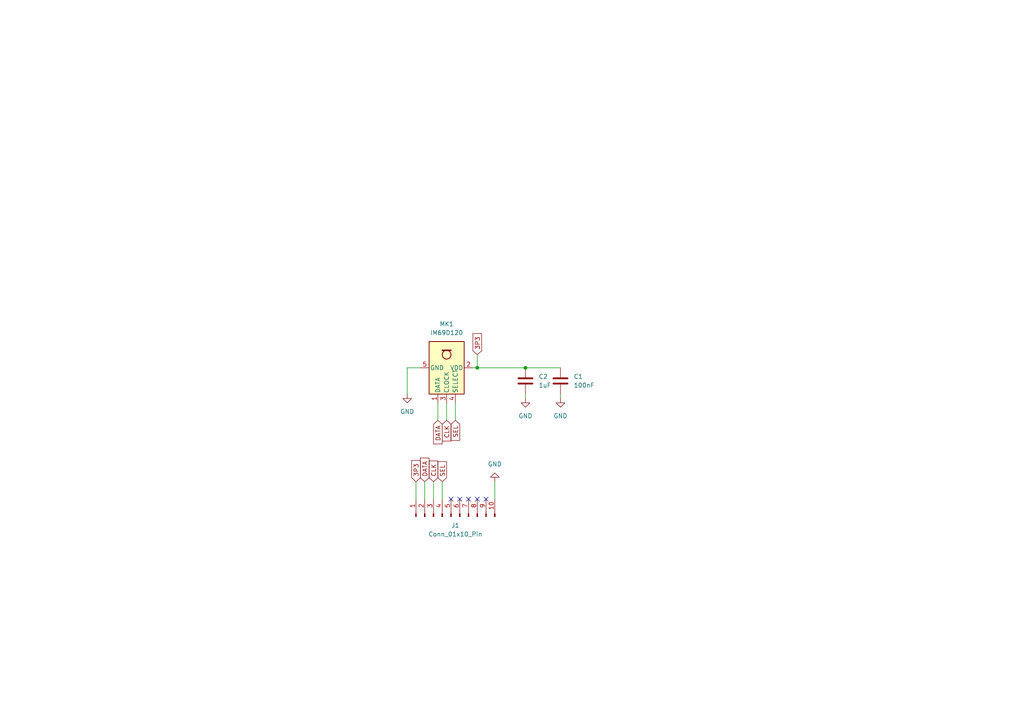
<source format=kicad_sch>
(kicad_sch (version 20250114) (generator "eeschema") (generator_version "9.0")
  (paper "A4")
  (title_block (title "Tiny Mic Board") (date "2025-05-31") (rev "1") (company "Armaan Gomes"))
  (lib_symbols
    (symbol "Connector:Conn_01x10_Pin" (pin_names (offset 1.016) (hide yes))
      (property "Reference" "J" (at 0 12.7 0))
      (property "Value" "Conn_01x10_Pin" (at 0 -15.24 0))
      (symbol "Conn_01x10_Pin_1_1"
        (rectangle (start 0.8636 10.287) (end 0 10.033) (stroke (width 0.1524)) (fill (type outline)))
        (rectangle (start 0.8636 7.747) (end 0 7.493) (stroke (width 0.1524)) (fill (type outline)))
        (rectangle (start 0.8636 5.207) (end 0 4.953) (stroke (width 0.1524)) (fill (type outline)))
        (rectangle (start 0.8636 2.667) (end 0 2.413) (stroke (width 0.1524)) (fill (type outline)))
        (rectangle (start 0.8636 0.127) (end 0 -0.127) (stroke (width 0.1524)) (fill (type outline)))
        (rectangle (start 0.8636 -2.413) (end 0 -2.667) (stroke (width 0.1524)) (fill (type outline)))
        (rectangle (start 0.8636 -4.953) (end 0 -5.207) (stroke (width 0.1524)) (fill (type outline)))
        (rectangle (start 0.8636 -7.493) (end 0 -7.747) (stroke (width 0.1524)) (fill (type outline)))
        (rectangle (start 0.8636 -10.033) (end 0 -10.287) (stroke (width 0.1524)) (fill (type outline)))
        (rectangle (start 0.8636 -12.573) (end 0 -12.827) (stroke (width 0.1524)) (fill (type outline)))
        (polyline (pts (xy 1.27 10.16) (xy 0.8636 10.16)) (stroke (width 0.1524)))
        (polyline (pts (xy 1.27 7.62) (xy 0.8636 7.62)) (stroke (width 0.1524)))
        (polyline (pts (xy 1.27 5.08) (xy 0.8636 5.08)) (stroke (width 0.1524)))
        (polyline (pts (xy 1.27 2.54) (xy 0.8636 2.54)) (stroke (width 0.1524)))
        (polyline (pts (xy 1.27 0) (xy 0.8636 0)) (stroke (width 0.1524)))
        (polyline (pts (xy 1.27 -2.54) (xy 0.8636 -2.54)) (stroke (width 0.1524)))
        (polyline (pts (xy 1.27 -5.08) (xy 0.8636 -5.08)) (stroke (width 0.1524)))
        (polyline (pts (xy 1.27 -7.62) (xy 0.8636 -7.62)) (stroke (width 0.1524)))
        (polyline (pts (xy 1.27 -10.16) (xy 0.8636 -10.16)) (stroke (width 0.1524)))
        (polyline (pts (xy 1.27 -12.7) (xy 0.8636 -12.7)) (stroke (width 0.1524)))
        (pin passive line (at 5.08 10.16 180) (length 3.81) (name "Pin_1") (number "1"))
        (pin passive line (at 5.08 7.62 180) (length 3.81) (name "Pin_2") (number "2"))
        (pin passive line (at 5.08 5.08 180) (length 3.81) (name "Pin_3") (number "3"))
        (pin passive line (at 5.08 2.54 180) (length 3.81) (name "Pin_4") (number "4"))
        (pin passive line (at 5.08 0 180) (length 3.81) (name "Pin_5") (number "5"))
        (pin passive line (at 5.08 -2.54 180) (length 3.81) (name "Pin_6") (number "6"))
        (pin passive line (at 5.08 -5.08 180) (length 3.81) (name "Pin_7") (number "7"))
        (pin passive line (at 5.08 -7.62 180) (length 3.81) (name "Pin_8") (number "8"))
        (pin passive line (at 5.08 -10.16 180) (length 3.81) (name "Pin_9") (number "9"))
        (pin passive line (at 5.08 -12.7 180) (length 3.81) (name "Pin_10") (number "10"))
      )
    )
    (symbol "Device:C" (pin_numbers (hide yes)) (pin_names (offset 0.254))
      (property "Reference" "C" (at 0.635 2.54 0))
      (property "Value" "C" (at 0.635 -2.54 0))
      (symbol "C_0_1"
        (polyline (pts (xy -2.032 0.762) (xy 2.032 0.762)) (stroke (width 0.508)))
        (polyline (pts (xy -2.032 -0.762) (xy 2.032 -0.762)) (stroke (width 0.508)))
      )
      (symbol "C_1_1"
        (pin passive line (at 0 3.81 270) (length 2.794) (name "~") (number "1"))
        (pin passive line (at 0 -3.81 90) (length 2.794) (name "~") (number "2"))
      )
    )
    (symbol "Sensor_Audio:IM69D120" (pin_names (offset 0.254))
      (property "Reference" "MK" (at -7.62 6.35 0))
      (property "Value" "IM69D120" (at 1.27 6.35 0))
      (symbol "IM69D120_0_1"
        (rectangle (start -7.62 5.08) (end 7.62 -5.08) (stroke (width 0.254)) (fill (type background)))
        (polyline (pts (xy -5.08 1.27) (xy -5.08 -1.27)) (stroke (width 0.381)))
        (circle (center -3.81 0) (radius 1.27) (stroke (width 0.254)))
      )
      (symbol "IM69D120_1_1"
        (pin power_in line (at 0 7.62 270) (length 2.54) (name "VDD") (number "2"))
        (pin power_in line (at 0 -7.62 90) (length 2.54) (name "GND") (number "5"))
        (pin input line (at 10.16 2.54 180) (length 2.54) (name "SELECT") (number "4"))
        (pin input line (at 10.16 0 180) (length 2.54) (name "CLOCK") (number "3"))
        (pin output line (at 10.16 -2.54 180) (length 2.54) (name "DATA") (number "1"))
      )
    )
    (symbol "power:GND" (power) (pin_numbers (hide yes)) (pin_names (offset 0) (hide yes))
      (property "Value" "GND" (at 0 -3.81 0))
      (symbol "GND_0_1"
        (polyline (pts (xy 0 0) (xy 0 -1.27) (xy 1.27 -1.27) (xy 0 -2.54) (xy -1.27 -1.27) (xy 0 -1.27)))
      )
      (symbol "GND_1_1"
        (pin power_in line (at 0 0 270) (length 0) (name "~") (number "1"))
      )
    )
  )
  (junction (at 152.4 106.68))
  (junction (at 138.43 106.68))
  (no_connect (at 133.35 144.78))
  (no_connect (at 130.81 144.78))
  (no_connect (at 138.43 144.78))
  (no_connect (at 135.89 144.78))
  (no_connect (at 140.97 144.78))
  (wire (pts (xy 129.54 116.84) (xy 129.54 121.92)))
  (wire (pts (xy 121.92 106.68) (xy 118.11 106.68)))
  (wire (pts (xy 138.43 106.68) (xy 152.4 106.68)))
  (wire (pts (xy 128.27 139.7) (xy 128.27 144.78)))
  (wire (pts (xy 120.65 139.7) (xy 120.65 144.78)))
  (wire (pts (xy 138.43 102.87) (xy 138.43 106.68)))
  (wire (pts (xy 123.19 139.7) (xy 123.19 144.78)))
  (wire (pts (xy 132.08 116.84) (xy 132.08 121.92)))
  (wire (pts (xy 162.56 115.57) (xy 162.56 114.3)))
  (wire (pts (xy 125.73 139.7) (xy 125.73 144.78)))
  (wire (pts (xy 152.4 106.68) (xy 162.56 106.68)))
  (wire (pts (xy 137.16 106.68) (xy 138.43 106.68)))
  (wire (pts (xy 118.11 106.68) (xy 118.11 114.3)))
  (wire (pts (xy 127 116.84) (xy 127 121.92)))
  (wire (pts (xy 143.51 139.7) (xy 143.51 144.78)))
  (wire (pts (xy 152.4 115.57) (xy 152.4 114.3)))
  (global_label "3P3" (shape input) (at 138.43 102.87 90) (property "Intersheetrefs" "${INTERSHEET_REFS}" (effects (hide yes))))
  (global_label "DATA" (shape input) (at 127 121.92 270) (property "Intersheetrefs" "${INTERSHEET_REFS}" (effects (hide yes))))
  (global_label "SEL" (shape input) (at 128.27 139.7 90) (property "Intersheetrefs" "${INTERSHEET_REFS}" (effects (hide yes))))
  (global_label "DATA" (shape input) (at 123.19 139.7 90) (property "Intersheetrefs" "${INTERSHEET_REFS}" (effects (hide yes))))
  (global_label "3P3" (shape input) (at 120.65 139.7 90) (property "Intersheetrefs" "${INTERSHEET_REFS}" (effects (hide yes))))
  (global_label "SEL" (shape input) (at 132.08 121.92 270) (property "Intersheetrefs" "${INTERSHEET_REFS}" (effects (hide yes))))
  (global_label "CLK" (shape input) (at 129.54 121.92 270) (property "Intersheetrefs" "${INTERSHEET_REFS}" (effects (hide yes))))
  (global_label "CLK" (shape input) (at 125.73 139.7 90) (property "Intersheetrefs" "${INTERSHEET_REFS}" (effects (hide yes))))
  (symbol (lib_id "Sensor_Audio:IM69D120") (at 129.54 106.68 270) (unit 1)
    (property "Reference" "MK1" (at 129.54 93.98 90))
    (property "Value" "IM69D120" (at 129.54 96.52 90))
    (property "Footprint" "Sensor_Audio:Infineon_PG-LLGA-5-1" (effects (hide yes)))
    (property "Datasheet" "https://www.infineon.com/dgdl/Infineon-IM69D120-DS-v01_00-EN.pdf?fileId=5546d462602a9dc801607a0e41a01a2b" (effects (hide yes)))
    (property "Description" "High performance digital XENSIV MEMS microphone, -26 dBFS Sensitivity, LLGA-5" (effects (hide yes)))
  )
  (symbol (lib_id "Device:C") (at 162.56 110.49 0) (unit 1)
    (property "Reference" "C1" (at 166.37 109.2199 0) (effects (justify left)))
    (property "Value" "100nF" (at 166.37 111.7599 0) (effects (justify left)))
    (property "Description" "Unpolarized capacitor" (effects (hide yes)))
  )
  (symbol (lib_id "Device:C") (at 152.4 110.49 0) (unit 1)
    (property "Reference" "C2" (at 156.21 109.2199 0) (effects (justify left)))
    (property "Value" "1uF" (at 156.21 111.7599 0) (effects (justify left)))
    (property "Description" "Unpolarized capacitor" (effects (hide yes)))
  )
  (symbol (lib_id "power:GND") (at 152.4 115.57 0) (unit 1)
    (property "Reference" "#PWR01" (effects (hide yes)))
    (property "Value" "GND" (at 152.4 120.65 0))
    (property "Description" "Power symbol creates a global label with name \"GND\" , ground" (effects (hide yes)))
  )
  (symbol (lib_id "power:GND") (at 118.11 114.3 0) (unit 1)
    (property "Reference" "#PWR03" (effects (hide yes)))
    (property "Value" "GND" (at 118.11 119.38 0))
    (property "Description" "Power symbol creates a global label with name \"GND\" , ground" (effects (hide yes)))
  )
  (symbol (lib_id "power:GND") (at 162.56 115.57 0) (unit 1)
    (property "Reference" "#PWR02" (effects (hide yes)))
    (property "Value" "GND" (at 162.56 120.65 0))
    (property "Description" "Power symbol creates a global label with name \"GND\" , ground" (effects (hide yes)))
  )
  (symbol (lib_id "Connector:Conn_01x10_Pin") (at 130.81 149.86 90) (unit 1)
    (property "Reference" "J1" (at 132.08 152.4 90))
    (property "Value" "Conn_01x10_Pin" (at 132.08 154.94 90))
    (property "Description" "Generic connector, single row, 01x10, script generated" (effects (hide yes)))
  )
  (symbol (lib_id "power:GND") (at 143.51 139.7 180) (unit 1)
    (property "Reference" "#PWR04" (effects (hide yes)))
    (property "Value" "GND" (at 143.51 134.62 0))
    (property "Description" "Power symbol creates a global label with name \"GND\" , ground" (effects (hide yes)))
  )
)
</source>
